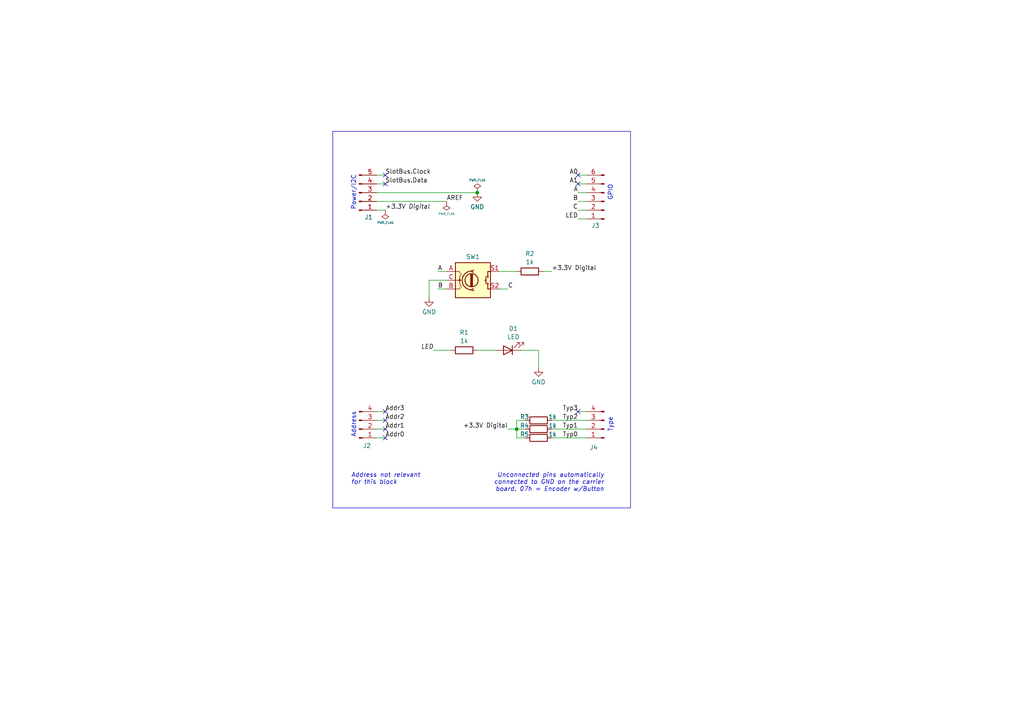
<source format=kicad_sch>
(kicad_sch (version 20250114) (generator "eeschema") (generator_version "9.0")
  (paper "A4")
  (title_block (title "Modular Music Controller / Block / Rotary Encoder w/Button") (date "2025-12-01") (rev "1") (company "Dennis Schulmeister-Zimolong"))
  (lib_symbols
    (symbol "Connector:Conn_01x04_Pin" (pin_names (offset 1.016) (hide yes))
      (property "Reference" "J" (at 0 5.08 0))
      (property "Value" "Conn_01x04_Pin" (at 0 -7.62 0))
      (symbol "Conn_01x04_Pin_1_1"
        (rectangle (start 0.8636 2.667) (end 0 2.413) (stroke (width 0.1524)) (fill (type outline)))
        (rectangle (start 0.8636 0.127) (end 0 -0.127) (stroke (width 0.1524)) (fill (type outline)))
        (rectangle (start 0.8636 -2.413) (end 0 -2.667) (stroke (width 0.1524)) (fill (type outline)))
        (rectangle (start 0.8636 -4.953) (end 0 -5.207) (stroke (width 0.1524)) (fill (type outline)))
        (polyline (pts (xy 1.27 2.54) (xy 0.8636 2.54)) (stroke (width 0.1524)))
        (polyline (pts (xy 1.27 0) (xy 0.8636 0)) (stroke (width 0.1524)))
        (polyline (pts (xy 1.27 -2.54) (xy 0.8636 -2.54)) (stroke (width 0.1524)))
        (polyline (pts (xy 1.27 -5.08) (xy 0.8636 -5.08)) (stroke (width 0.1524)))
        (pin passive line (at 5.08 2.54 180) (length 3.81) (name "Pin_1") (number "1"))
        (pin passive line (at 5.08 0 180) (length 3.81) (name "Pin_2") (number "2"))
        (pin passive line (at 5.08 -2.54 180) (length 3.81) (name "Pin_3") (number "3"))
        (pin passive line (at 5.08 -5.08 180) (length 3.81) (name "Pin_4") (number "4"))
      )
    )
    (symbol "Connector:Conn_01x05_Pin" (pin_names (offset 1.016) (hide yes))
      (property "Reference" "J" (at 0 7.62 0))
      (property "Value" "Conn_01x05_Pin" (at 0 -7.62 0))
      (symbol "Conn_01x05_Pin_1_1"
        (rectangle (start 0.8636 5.207) (end 0 4.953) (stroke (width 0.1524)) (fill (type outline)))
        (rectangle (start 0.8636 2.667) (end 0 2.413) (stroke (width 0.1524)) (fill (type outline)))
        (rectangle (start 0.8636 0.127) (end 0 -0.127) (stroke (width 0.1524)) (fill (type outline)))
        (rectangle (start 0.8636 -2.413) (end 0 -2.667) (stroke (width 0.1524)) (fill (type outline)))
        (rectangle (start 0.8636 -4.953) (end 0 -5.207) (stroke (width 0.1524)) (fill (type outline)))
        (polyline (pts (xy 1.27 5.08) (xy 0.8636 5.08)) (stroke (width 0.1524)))
        (polyline (pts (xy 1.27 2.54) (xy 0.8636 2.54)) (stroke (width 0.1524)))
        (polyline (pts (xy 1.27 0) (xy 0.8636 0)) (stroke (width 0.1524)))
        (polyline (pts (xy 1.27 -2.54) (xy 0.8636 -2.54)) (stroke (width 0.1524)))
        (polyline (pts (xy 1.27 -5.08) (xy 0.8636 -5.08)) (stroke (width 0.1524)))
        (pin passive line (at 5.08 5.08 180) (length 3.81) (name "Pin_1") (number "1"))
        (pin passive line (at 5.08 2.54 180) (length 3.81) (name "Pin_2") (number "2"))
        (pin passive line (at 5.08 0 180) (length 3.81) (name "Pin_3") (number "3"))
        (pin passive line (at 5.08 -2.54 180) (length 3.81) (name "Pin_4") (number "4"))
        (pin passive line (at 5.08 -5.08 180) (length 3.81) (name "Pin_5") (number "5"))
      )
    )
    (symbol "Connector:Conn_01x06_Pin" (pin_names (offset 1.016) (hide yes))
      (property "Reference" "J" (at 0 7.62 0))
      (property "Value" "Conn_01x06_Pin" (at 0 -10.16 0))
      (symbol "Conn_01x06_Pin_1_1"
        (rectangle (start 0.8636 5.207) (end 0 4.953) (stroke (width 0.1524)) (fill (type outline)))
        (rectangle (start 0.8636 2.667) (end 0 2.413) (stroke (width 0.1524)) (fill (type outline)))
        (rectangle (start 0.8636 0.127) (end 0 -0.127) (stroke (width 0.1524)) (fill (type outline)))
        (rectangle (start 0.8636 -2.413) (end 0 -2.667) (stroke (width 0.1524)) (fill (type outline)))
        (rectangle (start 0.8636 -4.953) (end 0 -5.207) (stroke (width 0.1524)) (fill (type outline)))
        (rectangle (start 0.8636 -7.493) (end 0 -7.747) (stroke (width 0.1524)) (fill (type outline)))
        (polyline (pts (xy 1.27 5.08) (xy 0.8636 5.08)) (stroke (width 0.1524)))
        (polyline (pts (xy 1.27 2.54) (xy 0.8636 2.54)) (stroke (width 0.1524)))
        (polyline (pts (xy 1.27 0) (xy 0.8636 0)) (stroke (width 0.1524)))
        (polyline (pts (xy 1.27 -2.54) (xy 0.8636 -2.54)) (stroke (width 0.1524)))
        (polyline (pts (xy 1.27 -5.08) (xy 0.8636 -5.08)) (stroke (width 0.1524)))
        (polyline (pts (xy 1.27 -7.62) (xy 0.8636 -7.62)) (stroke (width 0.1524)))
        (pin passive line (at 5.08 5.08 180) (length 3.81) (name "Pin_1") (number "1"))
        (pin passive line (at 5.08 2.54 180) (length 3.81) (name "Pin_2") (number "2"))
        (pin passive line (at 5.08 0 180) (length 3.81) (name "Pin_3") (number "3"))
        (pin passive line (at 5.08 -2.54 180) (length 3.81) (name "Pin_4") (number "4"))
        (pin passive line (at 5.08 -5.08 180) (length 3.81) (name "Pin_5") (number "5"))
        (pin passive line (at 5.08 -7.62 180) (length 3.81) (name "Pin_6") (number "6"))
      )
    )
    (symbol "Device:LED" (pin_numbers (hide yes)) (pin_names (offset 1.016) (hide yes))
      (property "Reference" "D" (at 0 2.54 0))
      (property "Value" "LED" (at 0 -2.54 0))
      (symbol "LED_0_1"
        (polyline (pts (xy -3.048 -0.762) (xy -4.572 -2.286) (xy -3.81 -2.286) (xy -4.572 -2.286) (xy -4.572 -1.524)))
        (polyline (pts (xy -1.778 -0.762) (xy -3.302 -2.286) (xy -2.54 -2.286) (xy -3.302 -2.286) (xy -3.302 -1.524)))
        (polyline (pts (xy -1.27 0) (xy 1.27 0)))
        (polyline (pts (xy -1.27 -1.27) (xy -1.27 1.27)) (stroke (width 0.254)))
        (polyline (pts (xy 1.27 -1.27) (xy 1.27 1.27) (xy -1.27 0) (xy 1.27 -1.27)) (stroke (width 0.254)))
      )
      (symbol "LED_1_1"
        (pin passive line (at -3.81 0 0) (length 2.54) (name "K") (number "1"))
        (pin passive line (at 3.81 0 180) (length 2.54) (name "A") (number "2"))
      )
    )
    (symbol "Device:R" (pin_numbers (hide yes)) (pin_names (offset 0))
      (property "Reference" "R" (at 2.032 0 90))
      (property "Value" "R" (at 0 0 90))
      (symbol "R_0_1"
        (rectangle (start -1.016 -2.54) (end 1.016 2.54) (stroke (width 0.254)))
      )
      (symbol "R_1_1"
        (pin passive line (at 0 3.81 270) (length 1.27) (name "~") (number "1"))
        (pin passive line (at 0 -3.81 90) (length 1.27) (name "~") (number "2"))
      )
    )
    (symbol "Device:RotaryEncoder_Switch" (pin_names (offset 0.254) (hide yes))
      (property "Reference" "SW" (at 0 6.604 0))
      (property "Value" "RotaryEncoder_Switch" (at 0 -6.604 0))
      (symbol "RotaryEncoder_Switch_0_1"
        (rectangle (start -5.08 5.08) (end 5.08 -5.08) (stroke (width 0.254)) (fill (type background)))
        (polyline (pts (xy -5.08 2.54) (xy -3.81 2.54) (xy -3.81 2.032)))
        (polyline (pts (xy -5.08 0) (xy -3.81 0) (xy -3.81 -1.016) (xy -3.302 -2.032)))
        (polyline (pts (xy -5.08 -2.54) (xy -3.81 -2.54) (xy -3.81 -2.032)))
        (polyline (pts (xy -4.318 0) (xy -3.81 0) (xy -3.81 1.016) (xy -3.302 2.032)))
        (circle (center -3.81 0) (radius 0.254) (fill (type outline)))
        (polyline (pts (xy -0.635 -1.778) (xy -0.635 1.778)) (stroke (width 0.254)))
        (circle (center -0.381 0) (radius 1.905) (stroke (width 0.254)))
        (polyline (pts (xy -0.381 -1.778) (xy -0.381 1.778)) (stroke (width 0.254)))
        (arc (start -0.381 -2.794) (mid -3.0988 -0.0635) (end -0.381 2.667) (stroke (width 0.254)))
        (polyline (pts (xy -0.127 1.778) (xy -0.127 -1.778)) (stroke (width 0.254)))
        (polyline (pts (xy 0.254 2.921) (xy -0.508 2.667) (xy 0.127 2.286)) (stroke (width 0.254)))
        (polyline (pts (xy 0.254 -3.048) (xy -0.508 -2.794) (xy 0.127 -2.413)) (stroke (width 0.254)))
        (polyline (pts (xy 3.81 1.016) (xy 3.81 -1.016)) (stroke (width 0.254)))
        (polyline (pts (xy 3.81 0) (xy 3.429 0)) (stroke (width 0.254)))
        (circle (center 4.318 1.016) (radius 0.127) (stroke (width 0.254)))
        (circle (center 4.318 -1.016) (radius 0.127) (stroke (width 0.254)))
        (polyline (pts (xy 5.08 2.54) (xy 4.318 2.54) (xy 4.318 1.016)) (stroke (width 0.254)))
        (polyline (pts (xy 5.08 -2.54) (xy 4.318 -2.54) (xy 4.318 -1.016)) (stroke (width 0.254)))
      )
      (symbol "RotaryEncoder_Switch_1_1"
        (pin passive line (at -7.62 2.54 0) (length 2.54) (name "A") (number "A"))
        (pin passive line (at -7.62 0 0) (length 2.54) (name "C") (number "C"))
        (pin passive line (at -7.62 -2.54 0) (length 2.54) (name "B") (number "B"))
        (pin passive line (at 7.62 2.54 180) (length 2.54) (name "S1") (number "S1"))
        (pin passive line (at 7.62 -2.54 180) (length 2.54) (name "S2") (number "S2"))
      )
    )
    (symbol "power:GND" (power) (pin_numbers (hide yes)) (pin_names (offset 0) (hide yes))
      (property "Value" "GND" (at 0 -3.81 0))
      (symbol "GND_0_1"
        (polyline (pts (xy 0 0) (xy 0 -1.27) (xy 1.27 -1.27) (xy 0 -2.54) (xy -1.27 -1.27) (xy 0 -1.27)))
      )
      (symbol "GND_1_1"
        (pin power_in line (at 0 0 270) (length 0) (name "~") (number "1"))
      )
    )
    (symbol "power:PWR_FLAG" (power) (pin_numbers (hide yes)) (pin_names (offset 0) (hide yes))
      (property "Value" "PWR_FLAG" (at 0 3.81 0))
      (symbol "PWR_FLAG_0_0"
        (pin power_out line (at 0 0 90) (length 0) (name "~") (number "1"))
      )
      (symbol "PWR_FLAG_0_1"
        (polyline (pts (xy 0 0) (xy 0 1.27) (xy -1.016 1.905) (xy 0 2.54) (xy 1.016 1.905) (xy 0 1.27)))
      )
    )
  )
  (rectangle (start 96.52 38.1) (end 182.88 147.32))
  (text "Unconnected pins automatically\nconnected to GND on the carrier\nboard. 07h = Encoder w/Button" (at 175.26 137.16 0) (effects (font (size 1.27 1.27) (italic yes)) (justify right top)))
  (text "GPIO" (at 177.8 55.88 90) (effects (font (size 1.27 1.27)) (justify bottom)))
  (text "Type" (at 177.8 123.19 90) (effects (font (size 1.27 1.27)) (justify bottom)))
  (text "Address not relevant\nfor this block" (at 101.854 137.16 0) (effects (font (size 1.27 1.27) (italic yes)) (justify left top)))
  (text "Address" (at 101.854 123.19 90) (effects (font (size 1.27 1.27)) (justify top)))
  (text "Power/I2C" (at 101.854 55.88 90) (effects (font (size 1.27 1.27)) (justify top)))
  (junction (at 138.43 55.88))
  (junction (at 149.86 124.46))
  (no_connect (at 167.64 53.34))
  (no_connect (at 111.76 127))
  (no_connect (at 111.76 50.8))
  (no_connect (at 111.76 124.46))
  (no_connect (at 167.64 50.8))
  (no_connect (at 111.76 53.34))
  (no_connect (at 111.76 119.38))
  (no_connect (at 167.64 119.38))
  (no_connect (at 111.76 121.92))
  (wire (pts (xy 111.76 119.38) (xy 109.22 119.38)))
  (wire (pts (xy 109.22 60.96) (xy 111.76 60.96)))
  (wire (pts (xy 111.76 121.92) (xy 109.22 121.92)))
  (wire (pts (xy 167.64 60.96) (xy 170.18 60.96)))
  (wire (pts (xy 127 83.82) (xy 129.54 83.82)))
  (wire (pts (xy 138.43 101.6) (xy 143.51 101.6)))
  (wire (pts (xy 111.76 124.46) (xy 109.22 124.46)))
  (wire (pts (xy 129.54 81.28) (xy 124.46 81.28)))
  (wire (pts (xy 144.78 83.82) (xy 147.32 83.82)))
  (wire (pts (xy 167.64 53.34) (xy 170.18 53.34)))
  (wire (pts (xy 160.02 124.46) (xy 170.18 124.46)))
  (wire (pts (xy 144.78 78.74) (xy 149.86 78.74)))
  (wire (pts (xy 167.64 55.88) (xy 170.18 55.88)))
  (wire (pts (xy 160.02 127) (xy 170.18 127)))
  (wire (pts (xy 124.46 81.28) (xy 124.46 86.36)))
  (wire (pts (xy 127 78.74) (xy 129.54 78.74)))
  (wire (pts (xy 167.64 58.42) (xy 170.18 58.42)))
  (wire (pts (xy 109.22 55.88) (xy 138.43 55.88)))
  (wire (pts (xy 109.22 50.8) (xy 111.76 50.8)))
  (wire (pts (xy 160.02 121.92) (xy 170.18 121.92)))
  (wire (pts (xy 109.22 58.42) (xy 129.54 58.42)))
  (wire (pts (xy 111.76 127) (xy 109.22 127)))
  (wire (pts (xy 152.4 127) (xy 149.86 127)))
  (wire (pts (xy 147.32 124.46) (xy 149.86 124.46)))
  (wire (pts (xy 167.64 50.8) (xy 170.18 50.8)))
  (wire (pts (xy 125.73 101.6) (xy 130.81 101.6)))
  (wire (pts (xy 109.22 53.34) (xy 111.76 53.34)))
  (wire (pts (xy 149.86 121.92) (xy 149.86 124.46)))
  (wire (pts (xy 157.48 78.74) (xy 160.02 78.74)))
  (wire (pts (xy 151.13 101.6) (xy 156.21 101.6)))
  (wire (pts (xy 149.86 124.46) (xy 152.4 124.46)))
  (wire (pts (xy 149.86 127) (xy 149.86 124.46)))
  (wire (pts (xy 156.21 101.6) (xy 156.21 106.68)))
  (wire (pts (xy 167.64 119.38) (xy 170.18 119.38)))
  (wire (pts (xy 152.4 121.92) (xy 149.86 121.92)))
  (wire (pts (xy 167.64 63.5) (xy 170.18 63.5)))
  (label "B" (at 167.64 58.42 180))
  (label "C" (at 167.64 60.96 180))
  (label "SlotBus.Data" (at 111.76 53.34 0))
  (label "SlotBus.Clock" (at 111.76 50.8 0))
  (label "A" (at 167.64 55.88 180))
  (label "A1" (at 167.64 53.34 180))
  (label "A0" (at 167.64 50.8 180))
  (label "LED" (at 167.64 63.5 180))
  (label "LED" (at 125.73 101.6 180) (effects (font (italic yes))))
  (label "B" (at 127 83.82 0))
  (label "+3.3V Digital" (at 111.76 60.96 0) (effects (font (italic yes))))
  (label "A" (at 127 78.74 0))
  (label "Typ1" (at 167.64 124.46 180))
  (label "Typ0" (at 167.64 127 180))
  (label "Typ2" (at 167.64 121.92 180))
  (label "Typ3" (at 167.64 119.38 180))
  (label "+3.3V Digital" (at 147.32 124.46 180))
  (label "AREF" (at 129.54 58.42 0))
  (label "Addr2" (at 111.76 121.92 0))
  (label "Addr1" (at 111.76 124.46 0))
  (label "Addr0" (at 111.76 127 0))
  (label "Addr3" (at 111.76 119.38 0))
  (label "+3.3V Digital" (at 160.02 78.74 0))
  (label "C" (at 147.32 83.82 0))
  (symbol (lib_id "Device:R") (at 134.62 101.6 90) (unit 1)
    (property "Reference" "R1" (at 134.62 96.4395 90))
    (property "Value" "1k" (at 134.62 98.8638 90))
    (property "Footprint" "Resistor_SMD:R_0402_1005Metric" (effects (hide yes)))
    (property "Description" "Resistor" (effects (hide yes)))
  )
  (symbol (lib_id "Connector:Conn_01x04_Pin") (at 175.26 124.46 180) (unit 1)
    (property "Reference" "J4" (at 172.212 129.794 0))
    (property "Value" "Samtec MTMS-104-02-T-S-100" (effects (hide yes)))
    (property "Footprint" "Connector_PinHeader_1.27mm:PinHeader_1x04_P1.27mm_Vertical" (effects (hide yes)))
    (property "Description" "Single row pin header" (effects (hide yes)))
  )
  (symbol (lib_id "Device:LED") (at 147.32 101.6 180) (unit 1)
    (property "Reference" "D1" (at 148.9075 95.2965 0))
    (property "Value" "LED" (at 148.9075 97.7208 0))
    (property "Footprint" "LED_SMD:LED_0805_2012Metric" (effects (hide yes)))
    (property "Description" "Light emitting diode" (effects (hide yes)))
    (property "Sim.Pins" "1=K 2=A" (effects (hide yes)))
  )
  (symbol (lib_id "Connector:Conn_01x06_Pin") (at 175.26 58.42 180) (unit 1)
    (property "Reference" "J3" (at 172.72 65.4163 0))
    (property "Value" "Samtec  MTMS-106-02-T-S-100" (effects (hide yes)))
    (property "Footprint" "Connector_PinHeader_1.27mm:PinHeader_1x06_P1.27mm_Vertical" (effects (hide yes)))
    (property "Description" "Single row pin header" (effects (hide yes)))
  )
  (symbol (lib_id "Device:R") (at 153.67 78.74 90) (unit 1)
    (property "Reference" "R2" (at 153.67 73.5795 90))
    (property "Value" "1k" (at 153.67 76.0038 90))
    (property "Footprint" "Resistor_SMD:R_0402_1005Metric" (effects (hide yes)))
    (property "Description" "Resistor" (effects (hide yes)))
  )
  (symbol (lib_id "power:PWR_FLAG") (at 138.43 55.88 0) (unit 1)
    (property "Reference" "#FLG03" (effects (hide yes)))
    (property "Value" "PWR_FLAG" (at 138.43 52.2577 0) (effects (font (size 0.635 0.635) (thickness 0.0794))))
    (property "Description" "Special symbol for telling ERC where power comes from" (effects (hide yes)))
  )
  (symbol (lib_id "power:PWR_FLAG") (at 111.76 60.96 180) (unit 1)
    (property "Reference" "#FLG01" (effects (hide yes)))
    (property "Value" "PWR_FLAG" (at 111.76 64.5823 0) (effects (font (size 0.635 0.635) (thickness 0.0794))))
    (property "Description" "Special symbol for telling ERC where power comes from" (effects (hide yes)))
  )
  (symbol (lib_id "Connector:Conn_01x05_Pin") (at 104.14 55.88 0) (mirror x) (unit 1)
    (property "Reference" "J1" (at 106.934 62.992 0))
    (property "Value" "Samtec MTMS-105-02-T-S-100" (effects (hide yes)))
    (property "Footprint" "Connector_PinHeader_1.27mm:PinHeader_1x05_P1.27mm_Vertical" (effects (hide yes)))
    (property "Description" "Single row pin header" (effects (hide yes)))
  )
  (symbol (lib_id "power:GND") (at 124.46 86.36 0) (unit 1)
    (property "Reference" "#PWR01" (effects (hide yes)))
    (property "Value" "GND" (at 124.46 90.4931 0))
    (property "Description" "Power symbol creates a global label with name \"GND\" , ground" (effects (hide yes)))
  )
  (symbol (lib_id "Device:R") (at 156.21 127 90) (unit 1)
    (property "Reference" "R5" (at 152.146 125.984 90))
    (property "Value" "1k" (at 160.274 125.984 90))
    (property "Footprint" "Resistor_SMD:R_0402_1005Metric" (effects (hide yes)))
    (property "Description" "Resistor" (effects (hide yes)))
  )
  (symbol (lib_id "Device:R") (at 156.21 124.46 90) (unit 1)
    (property "Reference" "R4" (at 152.146 123.444 90))
    (property "Value" "1k" (at 160.274 123.444 90))
    (property "Footprint" "Resistor_SMD:R_0402_1005Metric" (effects (hide yes)))
    (property "Description" "Resistor" (effects (hide yes)))
  )
  (symbol (lib_id "power:GND") (at 138.43 55.88 0) (unit 1)
    (property "Reference" "#PWR02" (effects (hide yes)))
    (property "Value" "GND" (at 138.43 60.0131 0))
    (property "Description" "Power symbol creates a global label with name \"GND\" , ground" (effects (hide yes)))
  )
  (symbol (lib_id "power:PWR_FLAG") (at 129.54 58.42 180) (unit 1)
    (property "Reference" "#FLG02" (effects (hide yes)))
    (property "Value" "PWR_FLAG" (at 129.54 62.0423 0) (effects (font (size 0.635 0.635) (thickness 0.0794))))
    (property "Description" "Special symbol for telling ERC where power comes from" (effects (hide yes)))
  )
  (symbol (lib_id "Device:RotaryEncoder_Switch") (at 137.16 81.28 0) (unit 1)
    (property "Reference" "SW1" (at 137.16 74.4799 0))
    (property "Value" "CTS 11CEK25F243B" (effects (hide yes)))
    (property "Footprint" "Rotary_Encoder:RotaryEncoder_Alps_EC11E-Switch_Vertical_H20mm" (effects (hide yes)))
    (property "Description" "Rotary encoder, dual channel, incremental quadrate outputs, with switch" (effects (hide yes)))
  )
  (symbol (lib_id "power:GND") (at 156.21 106.68 0) (unit 1)
    (property "Reference" "#PWR03" (effects (hide yes)))
    (property "Value" "GND" (at 156.21 110.8131 0))
    (property "Description" "Power symbol creates a global label with name \"GND\" , ground" (effects (hide yes)))
  )
  (symbol (lib_id "Device:R") (at 156.21 121.92 90) (unit 1)
    (property "Reference" "R3" (at 152.146 120.904 90))
    (property "Value" "1k" (at 160.274 120.904 90))
    (property "Footprint" "Resistor_SMD:R_0402_1005Metric" (effects (hide yes)))
    (property "Description" "Resistor" (effects (hide yes)))
  )
  (symbol (lib_id "Connector:Conn_01x04_Pin") (at 104.14 124.46 0) (mirror x) (unit 1)
    (property "Reference" "J2" (at 106.426 129.286 0))
    (property "Value" "Samtec MTMS-104-02-T-S-100" (effects (hide yes)))
    (property "Footprint" "Connector_PinHeader_1.27mm:PinHeader_1x04_P1.27mm_Vertical" (effects (hide yes)))
    (property "Description" "Single row pin header" (effects (hide yes)))
  )
)
</source>
